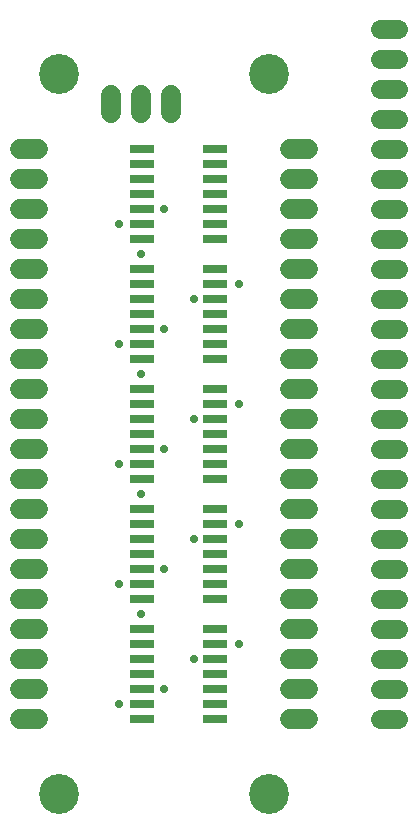
<source format=gbr>
G04 EAGLE Gerber X2 export*
%TF.Part,Single*%
%TF.FileFunction,Soldermask,Top,1*%
%TF.FilePolarity,Negative*%
%TF.GenerationSoftware,Autodesk,EAGLE,9.1.0*%
%TF.CreationDate,2018-12-11T14:46:23Z*%
G75*
%MOMM*%
%FSLAX34Y34*%
%LPD*%
%AMOC8*
5,1,8,0,0,1.08239X$1,22.5*%
G01*
%ADD10C,3.378200*%
%ADD11C,1.627000*%
%ADD12C,1.651000*%
%ADD13R,2.159000X0.787400*%
%ADD14C,0.731000*%


D10*
X177800Y50800D03*
X355600Y50800D03*
X177800Y660400D03*
X355600Y660400D03*
D11*
X449700Y292100D02*
X464700Y292100D01*
X464700Y266700D02*
X449700Y266700D01*
X449700Y241300D02*
X464700Y241300D01*
X464700Y215900D02*
X449700Y215900D01*
X449700Y190500D02*
X464700Y190500D01*
X464700Y165100D02*
X449700Y165100D01*
X449700Y139700D02*
X464700Y139700D01*
X464700Y114300D02*
X449700Y114300D01*
X449700Y495300D02*
X464700Y495300D01*
X464700Y469900D02*
X449700Y469900D01*
X449700Y444500D02*
X464700Y444500D01*
X464700Y419100D02*
X449700Y419100D01*
X449700Y393700D02*
X464700Y393700D01*
X464700Y368300D02*
X449700Y368300D01*
X449700Y342900D02*
X464700Y342900D01*
X464700Y317500D02*
X449700Y317500D01*
X449700Y698500D02*
X464700Y698500D01*
X464700Y673100D02*
X449700Y673100D01*
X449700Y647700D02*
X464700Y647700D01*
X464700Y622300D02*
X449700Y622300D01*
X449700Y596900D02*
X464700Y596900D01*
X464700Y571500D02*
X449700Y571500D01*
X449700Y546100D02*
X464700Y546100D01*
X464700Y520700D02*
X449700Y520700D01*
D12*
X160020Y546100D02*
X144780Y546100D01*
X144780Y571500D02*
X160020Y571500D01*
X160020Y596900D02*
X144780Y596900D01*
X144780Y520700D02*
X160020Y520700D01*
X160020Y495300D02*
X144780Y495300D01*
X144780Y469900D02*
X160020Y469900D01*
X160020Y444500D02*
X144780Y444500D01*
X144780Y419100D02*
X160020Y419100D01*
X160020Y393700D02*
X144780Y393700D01*
X144780Y368300D02*
X160020Y368300D01*
X160020Y342900D02*
X144780Y342900D01*
X144780Y317500D02*
X160020Y317500D01*
X160020Y292100D02*
X144780Y292100D01*
X144780Y266700D02*
X160020Y266700D01*
X160020Y241300D02*
X144780Y241300D01*
X144780Y215900D02*
X160020Y215900D01*
X160020Y190500D02*
X144780Y190500D01*
X144780Y165100D02*
X160020Y165100D01*
X160020Y139700D02*
X144780Y139700D01*
X144780Y114300D02*
X160020Y114300D01*
X373380Y165100D02*
X388620Y165100D01*
X388620Y139700D02*
X373380Y139700D01*
X373380Y114300D02*
X388620Y114300D01*
X388620Y190500D02*
X373380Y190500D01*
X373380Y215900D02*
X388620Y215900D01*
X388620Y241300D02*
X373380Y241300D01*
X373380Y266700D02*
X388620Y266700D01*
X388620Y292100D02*
X373380Y292100D01*
X373380Y317500D02*
X388620Y317500D01*
X388620Y342900D02*
X373380Y342900D01*
X373380Y368300D02*
X388620Y368300D01*
X388620Y393700D02*
X373380Y393700D01*
X373380Y419100D02*
X388620Y419100D01*
X388620Y444500D02*
X373380Y444500D01*
X373380Y469900D02*
X388620Y469900D01*
X388620Y495300D02*
X373380Y495300D01*
X373380Y520700D02*
X388620Y520700D01*
X388620Y546100D02*
X373380Y546100D01*
X373380Y571500D02*
X388620Y571500D01*
X388620Y596900D02*
X373380Y596900D01*
D13*
X310134Y114300D03*
X248666Y114300D03*
X310134Y127000D03*
X310134Y139700D03*
X248666Y127000D03*
X248666Y139700D03*
X310134Y152400D03*
X248666Y152400D03*
X310134Y165100D03*
X310134Y177800D03*
X248666Y165100D03*
X248666Y177800D03*
X310134Y190500D03*
X248666Y190500D03*
X310134Y215900D03*
X248666Y215900D03*
X310134Y228600D03*
X310134Y241300D03*
X248666Y228600D03*
X248666Y241300D03*
X310134Y254000D03*
X248666Y254000D03*
X310134Y266700D03*
X310134Y279400D03*
X248666Y266700D03*
X248666Y279400D03*
X310134Y292100D03*
X248666Y292100D03*
X310134Y317500D03*
X248666Y317500D03*
X310134Y330200D03*
X310134Y342900D03*
X248666Y330200D03*
X248666Y342900D03*
X310134Y355600D03*
X248666Y355600D03*
X310134Y368300D03*
X310134Y381000D03*
X248666Y368300D03*
X248666Y381000D03*
X310134Y393700D03*
X248666Y393700D03*
X310134Y419100D03*
X248666Y419100D03*
X310134Y431800D03*
X310134Y444500D03*
X248666Y431800D03*
X248666Y444500D03*
X310134Y457200D03*
X248666Y457200D03*
X310134Y469900D03*
X310134Y482600D03*
X248666Y469900D03*
X248666Y482600D03*
X310134Y495300D03*
X248666Y495300D03*
X310134Y520700D03*
X248666Y520700D03*
X310134Y533400D03*
X310134Y546100D03*
X248666Y533400D03*
X248666Y546100D03*
X310134Y558800D03*
X248666Y558800D03*
X310134Y571500D03*
X310134Y584200D03*
X248666Y571500D03*
X248666Y584200D03*
X310134Y596900D03*
X248666Y596900D03*
D12*
X222250Y627380D02*
X222250Y642620D01*
X247650Y642620D02*
X247650Y627380D01*
X273050Y627380D02*
X273050Y642620D01*
D14*
X247650Y203200D03*
X247650Y304800D03*
X247650Y406400D03*
X247650Y508000D03*
X228600Y127000D03*
X228600Y228600D03*
X228600Y330200D03*
X228600Y431800D03*
X228600Y533400D03*
X266700Y546100D03*
X266700Y444500D03*
X266700Y342900D03*
X266700Y241300D03*
X266700Y139700D03*
X292100Y165100D03*
X292100Y266700D03*
X292100Y368300D03*
X292100Y469900D03*
X330200Y482600D03*
X330200Y381000D03*
X330200Y279400D03*
X330200Y177800D03*
M02*

</source>
